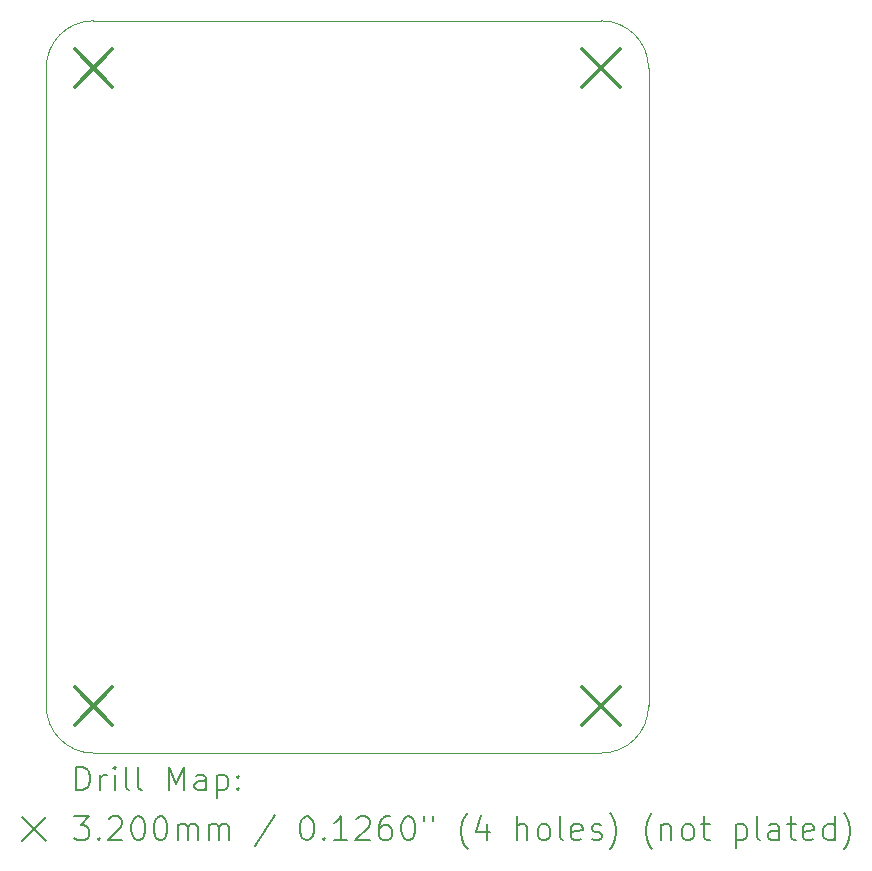
<source format=gbr>
%TF.GenerationSoftware,KiCad,Pcbnew,7.0.8*%
%TF.CreationDate,2024-02-01T00:16:00-07:00*%
%TF.ProjectId,SDM24-Shifter,53444d32-342d-4536-9869-667465722e6b,rev?*%
%TF.SameCoordinates,Original*%
%TF.FileFunction,Drillmap*%
%TF.FilePolarity,Positive*%
%FSLAX45Y45*%
G04 Gerber Fmt 4.5, Leading zero omitted, Abs format (unit mm)*
G04 Created by KiCad (PCBNEW 7.0.8) date 2024-02-01 00:16:00*
%MOMM*%
%LPD*%
G01*
G04 APERTURE LIST*
%ADD10C,0.100000*%
%ADD11C,0.200000*%
%ADD12C,0.320000*%
G04 APERTURE END LIST*
D10*
X16600000Y-5000000D02*
G75*
G03*
X16200000Y-4600000I-400000J0D01*
G01*
X16200000Y-10800000D02*
X11900000Y-10800000D01*
X16600000Y-5000000D02*
X16600000Y-10400000D01*
X16200000Y-10800000D02*
G75*
G03*
X16600000Y-10400000I0J400000D01*
G01*
X11500000Y-10400000D02*
G75*
G03*
X11900000Y-10800000I400000J0D01*
G01*
X11900000Y-4600000D02*
X16200000Y-4600000D01*
X11900000Y-4600000D02*
G75*
G03*
X11500000Y-5000000I0J-400000D01*
G01*
X11500000Y-10400000D02*
X11500000Y-5000000D01*
D11*
D12*
X11740000Y-4840000D02*
X12060000Y-5160000D01*
X12060000Y-4840000D02*
X11740000Y-5160000D01*
X11740000Y-10240000D02*
X12060000Y-10560000D01*
X12060000Y-10240000D02*
X11740000Y-10560000D01*
X16040000Y-4840000D02*
X16360000Y-5160000D01*
X16360000Y-4840000D02*
X16040000Y-5160000D01*
X16040000Y-10240000D02*
X16360000Y-10560000D01*
X16360000Y-10240000D02*
X16040000Y-10560000D01*
D11*
X11755777Y-11116484D02*
X11755777Y-10916484D01*
X11755777Y-10916484D02*
X11803396Y-10916484D01*
X11803396Y-10916484D02*
X11831967Y-10926008D01*
X11831967Y-10926008D02*
X11851015Y-10945055D01*
X11851015Y-10945055D02*
X11860539Y-10964103D01*
X11860539Y-10964103D02*
X11870062Y-11002198D01*
X11870062Y-11002198D02*
X11870062Y-11030770D01*
X11870062Y-11030770D02*
X11860539Y-11068865D01*
X11860539Y-11068865D02*
X11851015Y-11087912D01*
X11851015Y-11087912D02*
X11831967Y-11106960D01*
X11831967Y-11106960D02*
X11803396Y-11116484D01*
X11803396Y-11116484D02*
X11755777Y-11116484D01*
X11955777Y-11116484D02*
X11955777Y-10983150D01*
X11955777Y-11021246D02*
X11965301Y-11002198D01*
X11965301Y-11002198D02*
X11974824Y-10992674D01*
X11974824Y-10992674D02*
X11993872Y-10983150D01*
X11993872Y-10983150D02*
X12012920Y-10983150D01*
X12079586Y-11116484D02*
X12079586Y-10983150D01*
X12079586Y-10916484D02*
X12070062Y-10926008D01*
X12070062Y-10926008D02*
X12079586Y-10935531D01*
X12079586Y-10935531D02*
X12089110Y-10926008D01*
X12089110Y-10926008D02*
X12079586Y-10916484D01*
X12079586Y-10916484D02*
X12079586Y-10935531D01*
X12203396Y-11116484D02*
X12184348Y-11106960D01*
X12184348Y-11106960D02*
X12174824Y-11087912D01*
X12174824Y-11087912D02*
X12174824Y-10916484D01*
X12308158Y-11116484D02*
X12289110Y-11106960D01*
X12289110Y-11106960D02*
X12279586Y-11087912D01*
X12279586Y-11087912D02*
X12279586Y-10916484D01*
X12536729Y-11116484D02*
X12536729Y-10916484D01*
X12536729Y-10916484D02*
X12603396Y-11059341D01*
X12603396Y-11059341D02*
X12670062Y-10916484D01*
X12670062Y-10916484D02*
X12670062Y-11116484D01*
X12851015Y-11116484D02*
X12851015Y-11011722D01*
X12851015Y-11011722D02*
X12841491Y-10992674D01*
X12841491Y-10992674D02*
X12822443Y-10983150D01*
X12822443Y-10983150D02*
X12784348Y-10983150D01*
X12784348Y-10983150D02*
X12765301Y-10992674D01*
X12851015Y-11106960D02*
X12831967Y-11116484D01*
X12831967Y-11116484D02*
X12784348Y-11116484D01*
X12784348Y-11116484D02*
X12765301Y-11106960D01*
X12765301Y-11106960D02*
X12755777Y-11087912D01*
X12755777Y-11087912D02*
X12755777Y-11068865D01*
X12755777Y-11068865D02*
X12765301Y-11049817D01*
X12765301Y-11049817D02*
X12784348Y-11040293D01*
X12784348Y-11040293D02*
X12831967Y-11040293D01*
X12831967Y-11040293D02*
X12851015Y-11030770D01*
X12946253Y-10983150D02*
X12946253Y-11183150D01*
X12946253Y-10992674D02*
X12965301Y-10983150D01*
X12965301Y-10983150D02*
X13003396Y-10983150D01*
X13003396Y-10983150D02*
X13022443Y-10992674D01*
X13022443Y-10992674D02*
X13031967Y-11002198D01*
X13031967Y-11002198D02*
X13041491Y-11021246D01*
X13041491Y-11021246D02*
X13041491Y-11078389D01*
X13041491Y-11078389D02*
X13031967Y-11097436D01*
X13031967Y-11097436D02*
X13022443Y-11106960D01*
X13022443Y-11106960D02*
X13003396Y-11116484D01*
X13003396Y-11116484D02*
X12965301Y-11116484D01*
X12965301Y-11116484D02*
X12946253Y-11106960D01*
X13127205Y-11097436D02*
X13136729Y-11106960D01*
X13136729Y-11106960D02*
X13127205Y-11116484D01*
X13127205Y-11116484D02*
X13117682Y-11106960D01*
X13117682Y-11106960D02*
X13127205Y-11097436D01*
X13127205Y-11097436D02*
X13127205Y-11116484D01*
X13127205Y-10992674D02*
X13136729Y-11002198D01*
X13136729Y-11002198D02*
X13127205Y-11011722D01*
X13127205Y-11011722D02*
X13117682Y-11002198D01*
X13117682Y-11002198D02*
X13127205Y-10992674D01*
X13127205Y-10992674D02*
X13127205Y-11011722D01*
X11295000Y-11345000D02*
X11495000Y-11545000D01*
X11495000Y-11345000D02*
X11295000Y-11545000D01*
X11736729Y-11336484D02*
X11860539Y-11336484D01*
X11860539Y-11336484D02*
X11793872Y-11412674D01*
X11793872Y-11412674D02*
X11822443Y-11412674D01*
X11822443Y-11412674D02*
X11841491Y-11422198D01*
X11841491Y-11422198D02*
X11851015Y-11431722D01*
X11851015Y-11431722D02*
X11860539Y-11450769D01*
X11860539Y-11450769D02*
X11860539Y-11498388D01*
X11860539Y-11498388D02*
X11851015Y-11517436D01*
X11851015Y-11517436D02*
X11841491Y-11526960D01*
X11841491Y-11526960D02*
X11822443Y-11536484D01*
X11822443Y-11536484D02*
X11765301Y-11536484D01*
X11765301Y-11536484D02*
X11746253Y-11526960D01*
X11746253Y-11526960D02*
X11736729Y-11517436D01*
X11946253Y-11517436D02*
X11955777Y-11526960D01*
X11955777Y-11526960D02*
X11946253Y-11536484D01*
X11946253Y-11536484D02*
X11936729Y-11526960D01*
X11936729Y-11526960D02*
X11946253Y-11517436D01*
X11946253Y-11517436D02*
X11946253Y-11536484D01*
X12031967Y-11355531D02*
X12041491Y-11346008D01*
X12041491Y-11346008D02*
X12060539Y-11336484D01*
X12060539Y-11336484D02*
X12108158Y-11336484D01*
X12108158Y-11336484D02*
X12127205Y-11346008D01*
X12127205Y-11346008D02*
X12136729Y-11355531D01*
X12136729Y-11355531D02*
X12146253Y-11374579D01*
X12146253Y-11374579D02*
X12146253Y-11393627D01*
X12146253Y-11393627D02*
X12136729Y-11422198D01*
X12136729Y-11422198D02*
X12022443Y-11536484D01*
X12022443Y-11536484D02*
X12146253Y-11536484D01*
X12270062Y-11336484D02*
X12289110Y-11336484D01*
X12289110Y-11336484D02*
X12308158Y-11346008D01*
X12308158Y-11346008D02*
X12317682Y-11355531D01*
X12317682Y-11355531D02*
X12327205Y-11374579D01*
X12327205Y-11374579D02*
X12336729Y-11412674D01*
X12336729Y-11412674D02*
X12336729Y-11460293D01*
X12336729Y-11460293D02*
X12327205Y-11498388D01*
X12327205Y-11498388D02*
X12317682Y-11517436D01*
X12317682Y-11517436D02*
X12308158Y-11526960D01*
X12308158Y-11526960D02*
X12289110Y-11536484D01*
X12289110Y-11536484D02*
X12270062Y-11536484D01*
X12270062Y-11536484D02*
X12251015Y-11526960D01*
X12251015Y-11526960D02*
X12241491Y-11517436D01*
X12241491Y-11517436D02*
X12231967Y-11498388D01*
X12231967Y-11498388D02*
X12222443Y-11460293D01*
X12222443Y-11460293D02*
X12222443Y-11412674D01*
X12222443Y-11412674D02*
X12231967Y-11374579D01*
X12231967Y-11374579D02*
X12241491Y-11355531D01*
X12241491Y-11355531D02*
X12251015Y-11346008D01*
X12251015Y-11346008D02*
X12270062Y-11336484D01*
X12460539Y-11336484D02*
X12479586Y-11336484D01*
X12479586Y-11336484D02*
X12498634Y-11346008D01*
X12498634Y-11346008D02*
X12508158Y-11355531D01*
X12508158Y-11355531D02*
X12517682Y-11374579D01*
X12517682Y-11374579D02*
X12527205Y-11412674D01*
X12527205Y-11412674D02*
X12527205Y-11460293D01*
X12527205Y-11460293D02*
X12517682Y-11498388D01*
X12517682Y-11498388D02*
X12508158Y-11517436D01*
X12508158Y-11517436D02*
X12498634Y-11526960D01*
X12498634Y-11526960D02*
X12479586Y-11536484D01*
X12479586Y-11536484D02*
X12460539Y-11536484D01*
X12460539Y-11536484D02*
X12441491Y-11526960D01*
X12441491Y-11526960D02*
X12431967Y-11517436D01*
X12431967Y-11517436D02*
X12422443Y-11498388D01*
X12422443Y-11498388D02*
X12412920Y-11460293D01*
X12412920Y-11460293D02*
X12412920Y-11412674D01*
X12412920Y-11412674D02*
X12422443Y-11374579D01*
X12422443Y-11374579D02*
X12431967Y-11355531D01*
X12431967Y-11355531D02*
X12441491Y-11346008D01*
X12441491Y-11346008D02*
X12460539Y-11336484D01*
X12612920Y-11536484D02*
X12612920Y-11403150D01*
X12612920Y-11422198D02*
X12622443Y-11412674D01*
X12622443Y-11412674D02*
X12641491Y-11403150D01*
X12641491Y-11403150D02*
X12670063Y-11403150D01*
X12670063Y-11403150D02*
X12689110Y-11412674D01*
X12689110Y-11412674D02*
X12698634Y-11431722D01*
X12698634Y-11431722D02*
X12698634Y-11536484D01*
X12698634Y-11431722D02*
X12708158Y-11412674D01*
X12708158Y-11412674D02*
X12727205Y-11403150D01*
X12727205Y-11403150D02*
X12755777Y-11403150D01*
X12755777Y-11403150D02*
X12774824Y-11412674D01*
X12774824Y-11412674D02*
X12784348Y-11431722D01*
X12784348Y-11431722D02*
X12784348Y-11536484D01*
X12879586Y-11536484D02*
X12879586Y-11403150D01*
X12879586Y-11422198D02*
X12889110Y-11412674D01*
X12889110Y-11412674D02*
X12908158Y-11403150D01*
X12908158Y-11403150D02*
X12936729Y-11403150D01*
X12936729Y-11403150D02*
X12955777Y-11412674D01*
X12955777Y-11412674D02*
X12965301Y-11431722D01*
X12965301Y-11431722D02*
X12965301Y-11536484D01*
X12965301Y-11431722D02*
X12974824Y-11412674D01*
X12974824Y-11412674D02*
X12993872Y-11403150D01*
X12993872Y-11403150D02*
X13022443Y-11403150D01*
X13022443Y-11403150D02*
X13041491Y-11412674D01*
X13041491Y-11412674D02*
X13051015Y-11431722D01*
X13051015Y-11431722D02*
X13051015Y-11536484D01*
X13441491Y-11326960D02*
X13270063Y-11584103D01*
X13698634Y-11336484D02*
X13717682Y-11336484D01*
X13717682Y-11336484D02*
X13736729Y-11346008D01*
X13736729Y-11346008D02*
X13746253Y-11355531D01*
X13746253Y-11355531D02*
X13755777Y-11374579D01*
X13755777Y-11374579D02*
X13765301Y-11412674D01*
X13765301Y-11412674D02*
X13765301Y-11460293D01*
X13765301Y-11460293D02*
X13755777Y-11498388D01*
X13755777Y-11498388D02*
X13746253Y-11517436D01*
X13746253Y-11517436D02*
X13736729Y-11526960D01*
X13736729Y-11526960D02*
X13717682Y-11536484D01*
X13717682Y-11536484D02*
X13698634Y-11536484D01*
X13698634Y-11536484D02*
X13679586Y-11526960D01*
X13679586Y-11526960D02*
X13670063Y-11517436D01*
X13670063Y-11517436D02*
X13660539Y-11498388D01*
X13660539Y-11498388D02*
X13651015Y-11460293D01*
X13651015Y-11460293D02*
X13651015Y-11412674D01*
X13651015Y-11412674D02*
X13660539Y-11374579D01*
X13660539Y-11374579D02*
X13670063Y-11355531D01*
X13670063Y-11355531D02*
X13679586Y-11346008D01*
X13679586Y-11346008D02*
X13698634Y-11336484D01*
X13851015Y-11517436D02*
X13860539Y-11526960D01*
X13860539Y-11526960D02*
X13851015Y-11536484D01*
X13851015Y-11536484D02*
X13841491Y-11526960D01*
X13841491Y-11526960D02*
X13851015Y-11517436D01*
X13851015Y-11517436D02*
X13851015Y-11536484D01*
X14051015Y-11536484D02*
X13936729Y-11536484D01*
X13993872Y-11536484D02*
X13993872Y-11336484D01*
X13993872Y-11336484D02*
X13974825Y-11365055D01*
X13974825Y-11365055D02*
X13955777Y-11384103D01*
X13955777Y-11384103D02*
X13936729Y-11393627D01*
X14127206Y-11355531D02*
X14136729Y-11346008D01*
X14136729Y-11346008D02*
X14155777Y-11336484D01*
X14155777Y-11336484D02*
X14203396Y-11336484D01*
X14203396Y-11336484D02*
X14222444Y-11346008D01*
X14222444Y-11346008D02*
X14231967Y-11355531D01*
X14231967Y-11355531D02*
X14241491Y-11374579D01*
X14241491Y-11374579D02*
X14241491Y-11393627D01*
X14241491Y-11393627D02*
X14231967Y-11422198D01*
X14231967Y-11422198D02*
X14117682Y-11536484D01*
X14117682Y-11536484D02*
X14241491Y-11536484D01*
X14412920Y-11336484D02*
X14374825Y-11336484D01*
X14374825Y-11336484D02*
X14355777Y-11346008D01*
X14355777Y-11346008D02*
X14346253Y-11355531D01*
X14346253Y-11355531D02*
X14327206Y-11384103D01*
X14327206Y-11384103D02*
X14317682Y-11422198D01*
X14317682Y-11422198D02*
X14317682Y-11498388D01*
X14317682Y-11498388D02*
X14327206Y-11517436D01*
X14327206Y-11517436D02*
X14336729Y-11526960D01*
X14336729Y-11526960D02*
X14355777Y-11536484D01*
X14355777Y-11536484D02*
X14393872Y-11536484D01*
X14393872Y-11536484D02*
X14412920Y-11526960D01*
X14412920Y-11526960D02*
X14422444Y-11517436D01*
X14422444Y-11517436D02*
X14431967Y-11498388D01*
X14431967Y-11498388D02*
X14431967Y-11450769D01*
X14431967Y-11450769D02*
X14422444Y-11431722D01*
X14422444Y-11431722D02*
X14412920Y-11422198D01*
X14412920Y-11422198D02*
X14393872Y-11412674D01*
X14393872Y-11412674D02*
X14355777Y-11412674D01*
X14355777Y-11412674D02*
X14336729Y-11422198D01*
X14336729Y-11422198D02*
X14327206Y-11431722D01*
X14327206Y-11431722D02*
X14317682Y-11450769D01*
X14555777Y-11336484D02*
X14574825Y-11336484D01*
X14574825Y-11336484D02*
X14593872Y-11346008D01*
X14593872Y-11346008D02*
X14603396Y-11355531D01*
X14603396Y-11355531D02*
X14612920Y-11374579D01*
X14612920Y-11374579D02*
X14622444Y-11412674D01*
X14622444Y-11412674D02*
X14622444Y-11460293D01*
X14622444Y-11460293D02*
X14612920Y-11498388D01*
X14612920Y-11498388D02*
X14603396Y-11517436D01*
X14603396Y-11517436D02*
X14593872Y-11526960D01*
X14593872Y-11526960D02*
X14574825Y-11536484D01*
X14574825Y-11536484D02*
X14555777Y-11536484D01*
X14555777Y-11536484D02*
X14536729Y-11526960D01*
X14536729Y-11526960D02*
X14527206Y-11517436D01*
X14527206Y-11517436D02*
X14517682Y-11498388D01*
X14517682Y-11498388D02*
X14508158Y-11460293D01*
X14508158Y-11460293D02*
X14508158Y-11412674D01*
X14508158Y-11412674D02*
X14517682Y-11374579D01*
X14517682Y-11374579D02*
X14527206Y-11355531D01*
X14527206Y-11355531D02*
X14536729Y-11346008D01*
X14536729Y-11346008D02*
X14555777Y-11336484D01*
X14698634Y-11336484D02*
X14698634Y-11374579D01*
X14774825Y-11336484D02*
X14774825Y-11374579D01*
X15070063Y-11612674D02*
X15060539Y-11603150D01*
X15060539Y-11603150D02*
X15041491Y-11574579D01*
X15041491Y-11574579D02*
X15031968Y-11555531D01*
X15031968Y-11555531D02*
X15022444Y-11526960D01*
X15022444Y-11526960D02*
X15012920Y-11479341D01*
X15012920Y-11479341D02*
X15012920Y-11441246D01*
X15012920Y-11441246D02*
X15022444Y-11393627D01*
X15022444Y-11393627D02*
X15031968Y-11365055D01*
X15031968Y-11365055D02*
X15041491Y-11346008D01*
X15041491Y-11346008D02*
X15060539Y-11317436D01*
X15060539Y-11317436D02*
X15070063Y-11307912D01*
X15231968Y-11403150D02*
X15231968Y-11536484D01*
X15184348Y-11326960D02*
X15136729Y-11469817D01*
X15136729Y-11469817D02*
X15260539Y-11469817D01*
X15489110Y-11536484D02*
X15489110Y-11336484D01*
X15574825Y-11536484D02*
X15574825Y-11431722D01*
X15574825Y-11431722D02*
X15565301Y-11412674D01*
X15565301Y-11412674D02*
X15546253Y-11403150D01*
X15546253Y-11403150D02*
X15517682Y-11403150D01*
X15517682Y-11403150D02*
X15498634Y-11412674D01*
X15498634Y-11412674D02*
X15489110Y-11422198D01*
X15698634Y-11536484D02*
X15679587Y-11526960D01*
X15679587Y-11526960D02*
X15670063Y-11517436D01*
X15670063Y-11517436D02*
X15660539Y-11498388D01*
X15660539Y-11498388D02*
X15660539Y-11441246D01*
X15660539Y-11441246D02*
X15670063Y-11422198D01*
X15670063Y-11422198D02*
X15679587Y-11412674D01*
X15679587Y-11412674D02*
X15698634Y-11403150D01*
X15698634Y-11403150D02*
X15727206Y-11403150D01*
X15727206Y-11403150D02*
X15746253Y-11412674D01*
X15746253Y-11412674D02*
X15755777Y-11422198D01*
X15755777Y-11422198D02*
X15765301Y-11441246D01*
X15765301Y-11441246D02*
X15765301Y-11498388D01*
X15765301Y-11498388D02*
X15755777Y-11517436D01*
X15755777Y-11517436D02*
X15746253Y-11526960D01*
X15746253Y-11526960D02*
X15727206Y-11536484D01*
X15727206Y-11536484D02*
X15698634Y-11536484D01*
X15879587Y-11536484D02*
X15860539Y-11526960D01*
X15860539Y-11526960D02*
X15851015Y-11507912D01*
X15851015Y-11507912D02*
X15851015Y-11336484D01*
X16031968Y-11526960D02*
X16012920Y-11536484D01*
X16012920Y-11536484D02*
X15974825Y-11536484D01*
X15974825Y-11536484D02*
X15955777Y-11526960D01*
X15955777Y-11526960D02*
X15946253Y-11507912D01*
X15946253Y-11507912D02*
X15946253Y-11431722D01*
X15946253Y-11431722D02*
X15955777Y-11412674D01*
X15955777Y-11412674D02*
X15974825Y-11403150D01*
X15974825Y-11403150D02*
X16012920Y-11403150D01*
X16012920Y-11403150D02*
X16031968Y-11412674D01*
X16031968Y-11412674D02*
X16041491Y-11431722D01*
X16041491Y-11431722D02*
X16041491Y-11450769D01*
X16041491Y-11450769D02*
X15946253Y-11469817D01*
X16117682Y-11526960D02*
X16136730Y-11536484D01*
X16136730Y-11536484D02*
X16174825Y-11536484D01*
X16174825Y-11536484D02*
X16193872Y-11526960D01*
X16193872Y-11526960D02*
X16203396Y-11507912D01*
X16203396Y-11507912D02*
X16203396Y-11498388D01*
X16203396Y-11498388D02*
X16193872Y-11479341D01*
X16193872Y-11479341D02*
X16174825Y-11469817D01*
X16174825Y-11469817D02*
X16146253Y-11469817D01*
X16146253Y-11469817D02*
X16127206Y-11460293D01*
X16127206Y-11460293D02*
X16117682Y-11441246D01*
X16117682Y-11441246D02*
X16117682Y-11431722D01*
X16117682Y-11431722D02*
X16127206Y-11412674D01*
X16127206Y-11412674D02*
X16146253Y-11403150D01*
X16146253Y-11403150D02*
X16174825Y-11403150D01*
X16174825Y-11403150D02*
X16193872Y-11412674D01*
X16270063Y-11612674D02*
X16279587Y-11603150D01*
X16279587Y-11603150D02*
X16298634Y-11574579D01*
X16298634Y-11574579D02*
X16308158Y-11555531D01*
X16308158Y-11555531D02*
X16317682Y-11526960D01*
X16317682Y-11526960D02*
X16327206Y-11479341D01*
X16327206Y-11479341D02*
X16327206Y-11441246D01*
X16327206Y-11441246D02*
X16317682Y-11393627D01*
X16317682Y-11393627D02*
X16308158Y-11365055D01*
X16308158Y-11365055D02*
X16298634Y-11346008D01*
X16298634Y-11346008D02*
X16279587Y-11317436D01*
X16279587Y-11317436D02*
X16270063Y-11307912D01*
X16631968Y-11612674D02*
X16622444Y-11603150D01*
X16622444Y-11603150D02*
X16603396Y-11574579D01*
X16603396Y-11574579D02*
X16593872Y-11555531D01*
X16593872Y-11555531D02*
X16584349Y-11526960D01*
X16584349Y-11526960D02*
X16574825Y-11479341D01*
X16574825Y-11479341D02*
X16574825Y-11441246D01*
X16574825Y-11441246D02*
X16584349Y-11393627D01*
X16584349Y-11393627D02*
X16593872Y-11365055D01*
X16593872Y-11365055D02*
X16603396Y-11346008D01*
X16603396Y-11346008D02*
X16622444Y-11317436D01*
X16622444Y-11317436D02*
X16631968Y-11307912D01*
X16708158Y-11403150D02*
X16708158Y-11536484D01*
X16708158Y-11422198D02*
X16717682Y-11412674D01*
X16717682Y-11412674D02*
X16736730Y-11403150D01*
X16736730Y-11403150D02*
X16765301Y-11403150D01*
X16765301Y-11403150D02*
X16784349Y-11412674D01*
X16784349Y-11412674D02*
X16793873Y-11431722D01*
X16793873Y-11431722D02*
X16793873Y-11536484D01*
X16917682Y-11536484D02*
X16898634Y-11526960D01*
X16898634Y-11526960D02*
X16889111Y-11517436D01*
X16889111Y-11517436D02*
X16879587Y-11498388D01*
X16879587Y-11498388D02*
X16879587Y-11441246D01*
X16879587Y-11441246D02*
X16889111Y-11422198D01*
X16889111Y-11422198D02*
X16898634Y-11412674D01*
X16898634Y-11412674D02*
X16917682Y-11403150D01*
X16917682Y-11403150D02*
X16946254Y-11403150D01*
X16946254Y-11403150D02*
X16965301Y-11412674D01*
X16965301Y-11412674D02*
X16974825Y-11422198D01*
X16974825Y-11422198D02*
X16984349Y-11441246D01*
X16984349Y-11441246D02*
X16984349Y-11498388D01*
X16984349Y-11498388D02*
X16974825Y-11517436D01*
X16974825Y-11517436D02*
X16965301Y-11526960D01*
X16965301Y-11526960D02*
X16946254Y-11536484D01*
X16946254Y-11536484D02*
X16917682Y-11536484D01*
X17041492Y-11403150D02*
X17117682Y-11403150D01*
X17070063Y-11336484D02*
X17070063Y-11507912D01*
X17070063Y-11507912D02*
X17079587Y-11526960D01*
X17079587Y-11526960D02*
X17098634Y-11536484D01*
X17098634Y-11536484D02*
X17117682Y-11536484D01*
X17336730Y-11403150D02*
X17336730Y-11603150D01*
X17336730Y-11412674D02*
X17355777Y-11403150D01*
X17355777Y-11403150D02*
X17393873Y-11403150D01*
X17393873Y-11403150D02*
X17412920Y-11412674D01*
X17412920Y-11412674D02*
X17422444Y-11422198D01*
X17422444Y-11422198D02*
X17431968Y-11441246D01*
X17431968Y-11441246D02*
X17431968Y-11498388D01*
X17431968Y-11498388D02*
X17422444Y-11517436D01*
X17422444Y-11517436D02*
X17412920Y-11526960D01*
X17412920Y-11526960D02*
X17393873Y-11536484D01*
X17393873Y-11536484D02*
X17355777Y-11536484D01*
X17355777Y-11536484D02*
X17336730Y-11526960D01*
X17546254Y-11536484D02*
X17527206Y-11526960D01*
X17527206Y-11526960D02*
X17517682Y-11507912D01*
X17517682Y-11507912D02*
X17517682Y-11336484D01*
X17708158Y-11536484D02*
X17708158Y-11431722D01*
X17708158Y-11431722D02*
X17698635Y-11412674D01*
X17698635Y-11412674D02*
X17679587Y-11403150D01*
X17679587Y-11403150D02*
X17641492Y-11403150D01*
X17641492Y-11403150D02*
X17622444Y-11412674D01*
X17708158Y-11526960D02*
X17689111Y-11536484D01*
X17689111Y-11536484D02*
X17641492Y-11536484D01*
X17641492Y-11536484D02*
X17622444Y-11526960D01*
X17622444Y-11526960D02*
X17612920Y-11507912D01*
X17612920Y-11507912D02*
X17612920Y-11488865D01*
X17612920Y-11488865D02*
X17622444Y-11469817D01*
X17622444Y-11469817D02*
X17641492Y-11460293D01*
X17641492Y-11460293D02*
X17689111Y-11460293D01*
X17689111Y-11460293D02*
X17708158Y-11450769D01*
X17774825Y-11403150D02*
X17851015Y-11403150D01*
X17803396Y-11336484D02*
X17803396Y-11507912D01*
X17803396Y-11507912D02*
X17812920Y-11526960D01*
X17812920Y-11526960D02*
X17831968Y-11536484D01*
X17831968Y-11536484D02*
X17851015Y-11536484D01*
X17993873Y-11526960D02*
X17974825Y-11536484D01*
X17974825Y-11536484D02*
X17936730Y-11536484D01*
X17936730Y-11536484D02*
X17917682Y-11526960D01*
X17917682Y-11526960D02*
X17908158Y-11507912D01*
X17908158Y-11507912D02*
X17908158Y-11431722D01*
X17908158Y-11431722D02*
X17917682Y-11412674D01*
X17917682Y-11412674D02*
X17936730Y-11403150D01*
X17936730Y-11403150D02*
X17974825Y-11403150D01*
X17974825Y-11403150D02*
X17993873Y-11412674D01*
X17993873Y-11412674D02*
X18003396Y-11431722D01*
X18003396Y-11431722D02*
X18003396Y-11450769D01*
X18003396Y-11450769D02*
X17908158Y-11469817D01*
X18174825Y-11536484D02*
X18174825Y-11336484D01*
X18174825Y-11526960D02*
X18155777Y-11536484D01*
X18155777Y-11536484D02*
X18117682Y-11536484D01*
X18117682Y-11536484D02*
X18098635Y-11526960D01*
X18098635Y-11526960D02*
X18089111Y-11517436D01*
X18089111Y-11517436D02*
X18079587Y-11498388D01*
X18079587Y-11498388D02*
X18079587Y-11441246D01*
X18079587Y-11441246D02*
X18089111Y-11422198D01*
X18089111Y-11422198D02*
X18098635Y-11412674D01*
X18098635Y-11412674D02*
X18117682Y-11403150D01*
X18117682Y-11403150D02*
X18155777Y-11403150D01*
X18155777Y-11403150D02*
X18174825Y-11412674D01*
X18251016Y-11612674D02*
X18260539Y-11603150D01*
X18260539Y-11603150D02*
X18279587Y-11574579D01*
X18279587Y-11574579D02*
X18289111Y-11555531D01*
X18289111Y-11555531D02*
X18298635Y-11526960D01*
X18298635Y-11526960D02*
X18308158Y-11479341D01*
X18308158Y-11479341D02*
X18308158Y-11441246D01*
X18308158Y-11441246D02*
X18298635Y-11393627D01*
X18298635Y-11393627D02*
X18289111Y-11365055D01*
X18289111Y-11365055D02*
X18279587Y-11346008D01*
X18279587Y-11346008D02*
X18260539Y-11317436D01*
X18260539Y-11317436D02*
X18251016Y-11307912D01*
M02*

</source>
